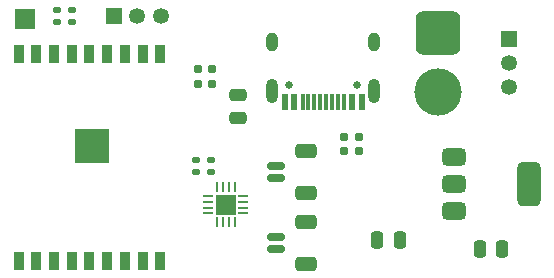
<source format=gbr>
%TF.GenerationSoftware,KiCad,Pcbnew,9.0.3*%
%TF.CreationDate,2025-07-29T11:04:15-06:00*%
%TF.ProjectId,Battle_Bot_Mind,42617474-6c65-45f4-926f-745f4d696e64,rev?*%
%TF.SameCoordinates,Original*%
%TF.FileFunction,Soldermask,Top*%
%TF.FilePolarity,Negative*%
%FSLAX46Y46*%
G04 Gerber Fmt 4.6, Leading zero omitted, Abs format (unit mm)*
G04 Created by KiCad (PCBNEW 9.0.3) date 2025-07-29 11:04:15*
%MOMM*%
%LPD*%
G01*
G04 APERTURE LIST*
G04 Aperture macros list*
%AMRoundRect*
0 Rectangle with rounded corners*
0 $1 Rounding radius*
0 $2 $3 $4 $5 $6 $7 $8 $9 X,Y pos of 4 corners*
0 Add a 4 corners polygon primitive as box body*
4,1,4,$2,$3,$4,$5,$6,$7,$8,$9,$2,$3,0*
0 Add four circle primitives for the rounded corners*
1,1,$1+$1,$2,$3*
1,1,$1+$1,$4,$5*
1,1,$1+$1,$6,$7*
1,1,$1+$1,$8,$9*
0 Add four rect primitives between the rounded corners*
20,1,$1+$1,$2,$3,$4,$5,0*
20,1,$1+$1,$4,$5,$6,$7,0*
20,1,$1+$1,$6,$7,$8,$9,0*
20,1,$1+$1,$8,$9,$2,$3,0*%
G04 Aperture macros list end*
%ADD10RoundRect,0.760000X-1.140000X1.140000X-1.140000X-1.140000X1.140000X-1.140000X1.140000X1.140000X0*%
%ADD11C,4.000000*%
%ADD12R,0.900000X1.500000*%
%ADD13C,0.600000*%
%ADD14R,2.900000X2.900000*%
%ADD15R,1.700000X1.700000*%
%ADD16RoundRect,0.160000X0.197500X0.160000X-0.197500X0.160000X-0.197500X-0.160000X0.197500X-0.160000X0*%
%ADD17R,1.350000X1.350000*%
%ADD18C,1.350000*%
%ADD19RoundRect,0.160000X0.160000X-0.197500X0.160000X0.197500X-0.160000X0.197500X-0.160000X-0.197500X0*%
%ADD20C,0.650000*%
%ADD21R,0.600000X1.450000*%
%ADD22R,0.300000X1.450000*%
%ADD23O,1.000000X2.100000*%
%ADD24O,1.000000X1.600000*%
%ADD25RoundRect,0.147500X0.172500X-0.147500X0.172500X0.147500X-0.172500X0.147500X-0.172500X-0.147500X0*%
%ADD26RoundRect,0.250000X-0.475000X0.250000X-0.475000X-0.250000X0.475000X-0.250000X0.475000X0.250000X0*%
%ADD27RoundRect,0.135000X0.185000X-0.135000X0.185000X0.135000X-0.185000X0.135000X-0.185000X-0.135000X0*%
%ADD28RoundRect,0.375000X-0.625000X-0.375000X0.625000X-0.375000X0.625000X0.375000X-0.625000X0.375000X0*%
%ADD29RoundRect,0.500000X-0.500000X-1.400000X0.500000X-1.400000X0.500000X1.400000X-0.500000X1.400000X0*%
%ADD30RoundRect,0.140000X-0.170000X0.140000X-0.170000X-0.140000X0.170000X-0.140000X0.170000X0.140000X0*%
%ADD31RoundRect,0.150000X-0.625000X0.150000X-0.625000X-0.150000X0.625000X-0.150000X0.625000X0.150000X0*%
%ADD32RoundRect,0.250000X-0.650000X0.350000X-0.650000X-0.350000X0.650000X-0.350000X0.650000X0.350000X0*%
%ADD33RoundRect,0.062500X0.062500X-0.325000X0.062500X0.325000X-0.062500X0.325000X-0.062500X-0.325000X0*%
%ADD34RoundRect,0.062500X0.325000X-0.062500X0.325000X0.062500X-0.325000X0.062500X-0.325000X-0.062500X0*%
%ADD35R,1.800000X1.800000*%
%ADD36RoundRect,0.250000X-0.250000X-0.475000X0.250000X-0.475000X0.250000X0.475000X-0.250000X0.475000X0*%
%ADD37RoundRect,0.250000X0.250000X0.475000X-0.250000X0.475000X-0.250000X-0.475000X0.250000X-0.475000X0*%
G04 APERTURE END LIST*
D10*
%TO.C,J2*%
X142750000Y-73750000D03*
D11*
X142750000Y-78750000D03*
%TD*%
D12*
%TO.C,U1*%
X107200000Y-93000000D03*
X108700000Y-93000000D03*
X110200000Y-93000000D03*
X111700000Y-93000000D03*
X113200000Y-93000000D03*
X114700000Y-93000000D03*
X116200000Y-93000000D03*
X117700000Y-93000000D03*
X119200000Y-93000000D03*
X119200000Y-75500000D03*
X117700000Y-75500000D03*
X116200000Y-75500000D03*
X114700000Y-75500000D03*
X113200000Y-75500000D03*
X111700000Y-75500000D03*
X110200000Y-75500000D03*
X108700000Y-75500000D03*
X107200000Y-75500000D03*
D13*
X112850000Y-84390000D03*
X113950000Y-84390000D03*
X112300000Y-83840000D03*
X113400000Y-83840000D03*
X114500000Y-83840000D03*
X112850000Y-83290000D03*
D14*
X113400000Y-83290000D03*
D13*
X113950000Y-83290000D03*
X112300000Y-82740000D03*
X113400000Y-82740000D03*
X114500000Y-82740000D03*
X112850000Y-82190000D03*
X113950000Y-82190000D03*
%TD*%
D15*
%TO.C,J4*%
X107750000Y-72500000D03*
%TD*%
D16*
%TO.C,R6*%
X123597500Y-76788000D03*
X122402500Y-76788000D03*
%TD*%
D17*
%TO.C,DBG1*%
X115250000Y-72250000D03*
D18*
X117250000Y-72250000D03*
X119250000Y-72250000D03*
%TD*%
D16*
%TO.C,R5*%
X123597500Y-78038000D03*
X122402500Y-78038000D03*
%TD*%
D19*
%TO.C,R1*%
X136000000Y-83695000D03*
X136000000Y-82500000D03*
%TD*%
D20*
%TO.C,J1*%
X135890000Y-78100000D03*
X130110000Y-78100000D03*
D21*
X136250000Y-79545000D03*
X135450000Y-79545000D03*
D22*
X134250000Y-79545000D03*
X133250000Y-79545000D03*
X132750000Y-79545000D03*
X131750000Y-79545000D03*
D21*
X130550000Y-79545000D03*
X129750000Y-79545000D03*
X129750000Y-79545000D03*
X130550000Y-79545000D03*
D22*
X131250000Y-79545000D03*
X132250000Y-79545000D03*
X133750000Y-79545000D03*
X134750000Y-79545000D03*
D21*
X135450000Y-79545000D03*
X136250000Y-79545000D03*
D23*
X137320000Y-78630000D03*
D24*
X137320000Y-74450000D03*
D23*
X128680000Y-78630000D03*
D24*
X128680000Y-74450000D03*
%TD*%
D25*
%TO.C,D2*%
X110500000Y-72750000D03*
X110500000Y-71780000D03*
%TD*%
D26*
%TO.C,C1*%
X125750000Y-79000000D03*
X125750000Y-80900000D03*
%TD*%
D27*
%TO.C,R3*%
X111750000Y-72750000D03*
X111750000Y-71730000D03*
%TD*%
%TO.C,R8*%
X123500000Y-85500000D03*
X123500000Y-84480000D03*
%TD*%
D28*
%TO.C,U4*%
X144100000Y-84200000D03*
X144100000Y-86500000D03*
D29*
X150400000Y-86500000D03*
D28*
X144100000Y-88800000D03*
%TD*%
D30*
%TO.C,C9*%
X122270000Y-84510000D03*
X122270000Y-85470000D03*
%TD*%
D31*
%TO.C,M1*%
X129000000Y-85000000D03*
X129000000Y-86000000D03*
D32*
X131525000Y-83700000D03*
X131525000Y-87300000D03*
%TD*%
D33*
%TO.C,U3*%
X124000000Y-89737500D03*
X124500000Y-89737500D03*
X125000000Y-89737500D03*
X125500000Y-89737500D03*
D34*
X126237500Y-89000000D03*
X126237500Y-88500000D03*
X126237500Y-88000000D03*
X126237500Y-87500000D03*
D33*
X125500000Y-86762500D03*
X125000000Y-86762500D03*
X124500000Y-86762500D03*
X124000000Y-86762500D03*
D34*
X123262500Y-87500000D03*
X123262500Y-88000000D03*
X123262500Y-88500000D03*
X123262500Y-89000000D03*
D35*
X124750000Y-88250000D03*
%TD*%
D36*
%TO.C,C6*%
X137590000Y-91250000D03*
X139490000Y-91250000D03*
%TD*%
D37*
%TO.C,C5*%
X148150000Y-92000000D03*
X146250000Y-92000000D03*
%TD*%
D19*
%TO.C,R2*%
X134750000Y-83695000D03*
X134750000Y-82500000D03*
%TD*%
D31*
%TO.C,M2*%
X129000000Y-91000000D03*
X129000000Y-92000000D03*
D32*
X131525000Y-89700000D03*
X131525000Y-93300000D03*
%TD*%
D17*
%TO.C,J3*%
X148750000Y-74250000D03*
D18*
X148750000Y-76250000D03*
X148750000Y-78250000D03*
%TD*%
M02*

</source>
